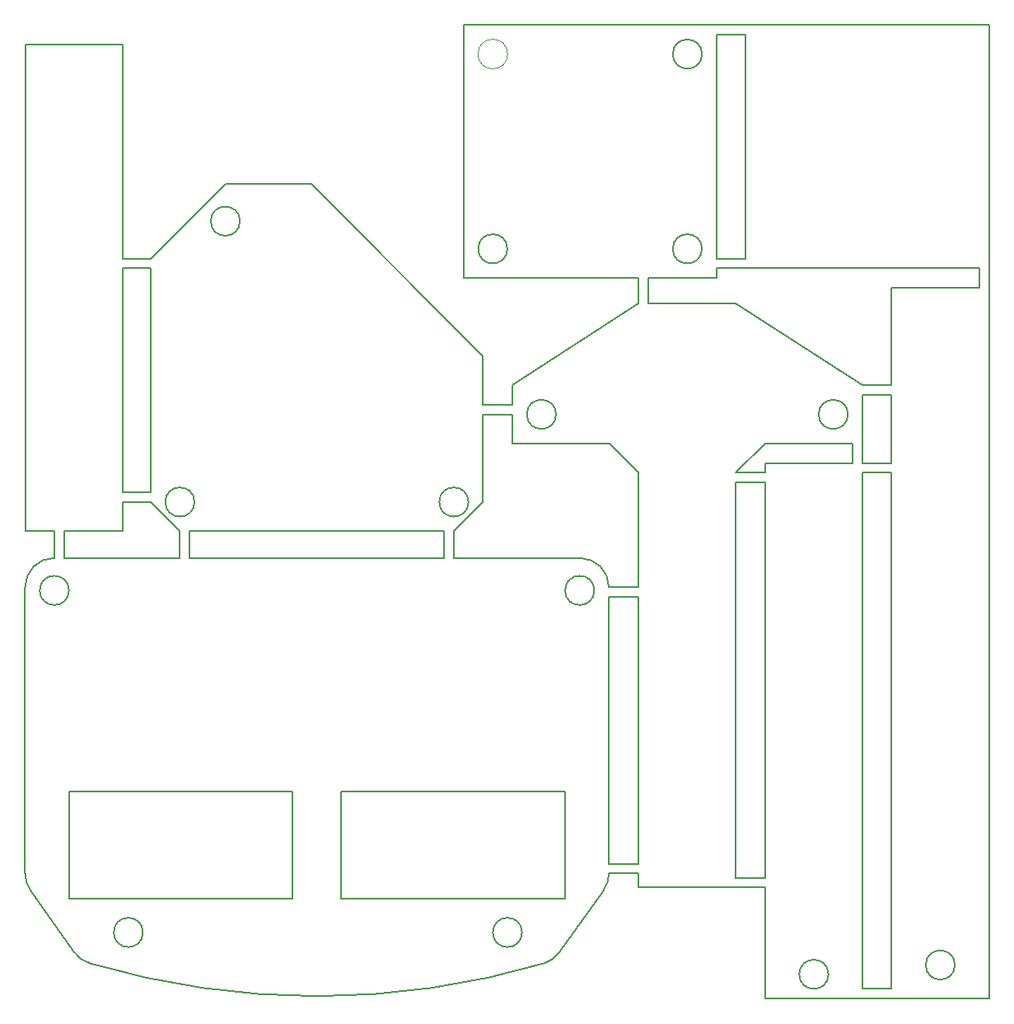
<source format=gm1>
%TF.GenerationSoftware,KiCad,Pcbnew,(5.1.10)-1*%
%TF.CreationDate,2021-11-13T22:23:51+09:00*%
%TF.ProjectId,herakuresu.line,68657261-6b75-4726-9573-752e6c696e65,rev?*%
%TF.SameCoordinates,Original*%
%TF.FileFunction,Profile,NP*%
%FSLAX46Y46*%
G04 Gerber Fmt 4.6, Leading zero omitted, Abs format (unit mm)*
G04 Created by KiCad (PCBNEW (5.1.10)-1) date 2021-11-13 22:23:51*
%MOMM*%
%LPD*%
G01*
G04 APERTURE LIST*
%TA.AperFunction,Profile*%
%ADD10C,0.050000*%
%TD*%
%TA.AperFunction,Profile*%
%ADD11C,0.200000*%
%TD*%
G04 APERTURE END LIST*
D10*
X160098986Y-58574968D02*
G75*
G03*
X160098986Y-58574968I-1524000J0D01*
G01*
D11*
X181574985Y-81574968D02*
X174574986Y-81574968D01*
X155574985Y-81574968D02*
X155574985Y-55574968D01*
X115008499Y-145317651D02*
X138008499Y-145317651D01*
X166008499Y-134317651D02*
X143008499Y-134317651D01*
X143008499Y-145317651D02*
X166008499Y-145317651D01*
X173574986Y-81574968D02*
X155574985Y-81574968D01*
X174574986Y-84164664D02*
X183574986Y-84164664D01*
X209574985Y-55574968D02*
X209574985Y-155574968D01*
X143008499Y-134317651D02*
X143008499Y-145317651D01*
X183574986Y-84164664D02*
X183574986Y-84174969D01*
X174574986Y-81574968D02*
X174574986Y-84164664D01*
X199574985Y-82574969D02*
X208574985Y-82574969D01*
X181574985Y-80574968D02*
X181574985Y-81574968D01*
X157574985Y-89574969D02*
X157574985Y-94574969D01*
X131089911Y-71897299D02*
X139897316Y-71897299D01*
X208574985Y-80574968D02*
X181574985Y-80574968D01*
X199574985Y-92574969D02*
X199574985Y-82574969D01*
X196574985Y-100574968D02*
X199574985Y-100574968D01*
X196574985Y-101574968D02*
X196574985Y-154574968D01*
X160574985Y-92574969D02*
X173574986Y-84174969D01*
X196574985Y-93574969D02*
X196574985Y-100574968D01*
X157574985Y-94574969D02*
X160574985Y-94574969D01*
X196574985Y-92574969D02*
X199574985Y-92574969D01*
X195574985Y-100574968D02*
X195574985Y-98574969D01*
X199574985Y-101574968D02*
X196574985Y-101574968D01*
X199574985Y-154574968D02*
X199574985Y-101574968D01*
X186574985Y-101574969D02*
X186574985Y-100574968D01*
X186574986Y-98574969D02*
X183574986Y-101574969D01*
X186574985Y-143164664D02*
X186574985Y-102574969D01*
X139897316Y-71897299D02*
X157574985Y-89574969D01*
X183574986Y-102574969D02*
X183574986Y-143164664D01*
X209574985Y-155574968D02*
X186574985Y-155574968D01*
X186574985Y-144164664D02*
X173574986Y-144164664D01*
X186574985Y-102574969D02*
X183574986Y-102574969D01*
X155574985Y-55574968D02*
X209574985Y-55574968D01*
X160574985Y-94574969D02*
X160574985Y-92574969D01*
X166008499Y-145317651D02*
X166008499Y-134317651D01*
X183574986Y-84174969D02*
X196574985Y-92574969D01*
X199574985Y-93574969D02*
X196574985Y-93574969D01*
X196574985Y-154574968D02*
X199574985Y-154574968D01*
X173574986Y-84174969D02*
X173574986Y-81574968D01*
X183574986Y-143164664D02*
X186574985Y-143164664D01*
X199574985Y-100574968D02*
X199574985Y-93574969D01*
X173574986Y-144164664D02*
X173574986Y-142715909D01*
X115008499Y-134317651D02*
X115008499Y-145317651D01*
X123412241Y-79574969D02*
X131089911Y-71897299D01*
X195574985Y-98574969D02*
X186574986Y-98574969D01*
X208574985Y-82574969D02*
X208574985Y-80574968D01*
X186574985Y-100574968D02*
X195574985Y-100574968D01*
X186574985Y-155574968D02*
X186574985Y-144164664D01*
X138008499Y-145317651D02*
X138008499Y-134317651D01*
X183574986Y-101574969D02*
X186574985Y-101574969D01*
X169954485Y-144452904D02*
X165438729Y-150811860D01*
X170508499Y-114320627D02*
X170508499Y-141715909D01*
X110574985Y-57574968D02*
X120574985Y-57574968D01*
X115578269Y-150811860D02*
X111062513Y-144452904D01*
X165438729Y-150811860D02*
G75*
G02*
X163841205Y-151952383I-2445986J1736995D01*
G01*
X120574985Y-57574968D02*
X120574985Y-79574969D01*
X173574986Y-142715909D02*
X170508499Y-142715909D01*
X110508499Y-113320627D02*
G75*
G02*
X113508499Y-110320627I3000000J0D01*
G01*
X111062513Y-144452904D02*
G75*
G02*
X110508499Y-142715909I2445986J1736995D01*
G01*
X120574985Y-79574969D02*
X123412241Y-79574969D01*
X173574986Y-114320627D02*
X170508499Y-114320627D01*
X170508499Y-142715909D02*
G75*
G02*
X169954485Y-144452904I-3000000J0D01*
G01*
X110574985Y-107574968D02*
X110574985Y-57574968D01*
X113508499Y-107574968D02*
X110574985Y-107574968D01*
X113508499Y-110320627D02*
X113508499Y-107574968D01*
X110508499Y-142715909D02*
X110508499Y-113320627D01*
X117175793Y-151952383D02*
G75*
G02*
X115578269Y-150811860I848462J2877518D01*
G01*
X163841204Y-151952383D02*
G75*
G02*
X117175793Y-151952383I-23332705J79131756D01*
G01*
X173574986Y-141715909D02*
X173574986Y-114320627D01*
X170508499Y-141715909D02*
X173574986Y-141715909D01*
X127412241Y-107574969D02*
X127412241Y-110320627D01*
X154574985Y-107574969D02*
X154574985Y-110320627D01*
X173574986Y-113320627D02*
X173574986Y-101574969D01*
X165074985Y-95574969D02*
G75*
G03*
X165074985Y-95574969I-1500000J0D01*
G01*
X153574985Y-110320627D02*
X153574985Y-107574969D01*
X160074985Y-78574968D02*
G75*
G03*
X160074985Y-78574968I-1500000J0D01*
G01*
X184574985Y-79574968D02*
X184574985Y-56574968D01*
X170508499Y-113320627D02*
X173574986Y-113320627D01*
X181574985Y-56574968D02*
X181574985Y-79574968D01*
X153574985Y-107574969D02*
X127412241Y-107574969D01*
X195074986Y-95574969D02*
G75*
G03*
X195074986Y-95574969I-1500000J0D01*
G01*
X127412241Y-110320627D02*
X153574985Y-110320627D01*
X115008499Y-113655946D02*
G75*
G03*
X115008499Y-113655946I-1500000J0D01*
G01*
X160574985Y-98574969D02*
X160574985Y-95574969D01*
X154574985Y-110320627D02*
X167508499Y-110320627D01*
X157574985Y-95574969D02*
X157574985Y-104574969D01*
X156074985Y-104574969D02*
G75*
G03*
X156074985Y-104574969I-1500000J0D01*
G01*
X161584160Y-148775710D02*
G75*
G03*
X161584160Y-148775710I-1500000J0D01*
G01*
X173574986Y-101574969D02*
X170574986Y-98574969D01*
X169008499Y-113655946D02*
G75*
G03*
X169008499Y-113655946I-1500000J0D01*
G01*
X181574985Y-79574968D02*
X184574985Y-79574968D01*
X193074985Y-153074968D02*
G75*
G03*
X193074985Y-153074968I-1500000J0D01*
G01*
X180074986Y-58574969D02*
G75*
G03*
X180074986Y-58574969I-1500000J0D01*
G01*
X206074985Y-152118033D02*
G75*
G03*
X206074985Y-152118033I-1500000J0D01*
G01*
X160574985Y-95574969D02*
X157574985Y-95574969D01*
X184574985Y-56574968D02*
X181574985Y-56574968D01*
X132589911Y-75736134D02*
G75*
G03*
X132589911Y-75736134I-1500000J0D01*
G01*
X170574986Y-98574969D02*
X160574985Y-98574969D01*
X157574985Y-104574969D02*
X154574985Y-107574969D01*
X167508499Y-110320627D02*
G75*
G02*
X170508499Y-113320627I0J-3000000D01*
G01*
X127912241Y-104574969D02*
G75*
G03*
X127912241Y-104574969I-1500000J0D01*
G01*
X122615673Y-148775710D02*
G75*
G03*
X122615673Y-148775710I-1500000J0D01*
G01*
X180074985Y-78574968D02*
G75*
G03*
X180074985Y-78574968I-1500000J0D01*
G01*
X120574985Y-103574969D02*
X123412241Y-103574969D01*
X120574985Y-80574969D02*
X120574985Y-103574969D01*
X114508499Y-110320627D02*
X126412241Y-110320627D01*
X120574985Y-107574968D02*
X114508499Y-107574968D01*
X120574985Y-104574969D02*
X120574985Y-107574968D01*
X123412241Y-104574969D02*
X120574985Y-104574969D01*
X126412241Y-107574969D02*
X123412241Y-104574969D01*
X126412241Y-110320627D02*
X126412241Y-107574969D01*
X123412241Y-80574969D02*
X120574985Y-80574969D01*
X138008499Y-134317651D02*
X115008499Y-134317651D01*
X114508499Y-107574968D02*
X114508499Y-110320627D01*
X123412241Y-103574969D02*
X123412241Y-80574969D01*
M02*

</source>
